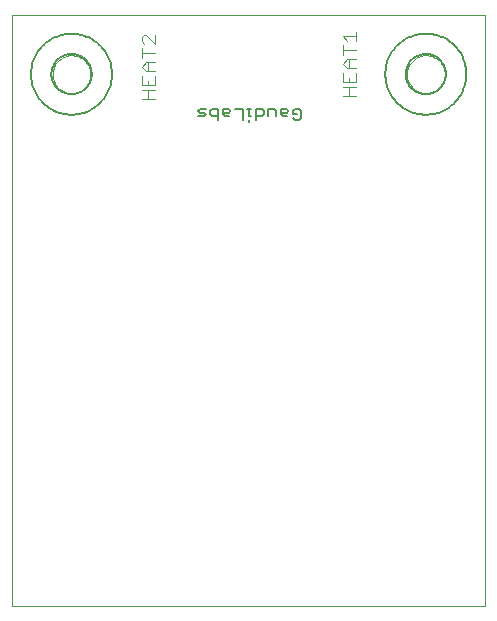
<source format=gto>
G75*
%MOIN*%
%OFA0B0*%
%FSLAX24Y24*%
%IPPOS*%
%LPD*%
%AMOC8*
5,1,8,0,0,1.08239X$1,22.5*
%
%ADD10C,0.0039*%
%ADD11C,0.0070*%
%ADD12C,0.0040*%
%ADD13C,0.0060*%
%ADD14C,0.0080*%
%ADD15C,0.0000*%
D10*
X001158Y000120D02*
X016906Y000120D01*
X016906Y019805D01*
X001158Y019805D01*
X001158Y000120D01*
D11*
X008010Y016302D02*
X008010Y016683D01*
X007820Y016683D01*
X007756Y016619D01*
X007756Y016492D01*
X007820Y016429D01*
X008010Y016429D01*
X008171Y016492D02*
X008171Y016683D01*
X008361Y016683D01*
X008424Y016619D01*
X008361Y016556D01*
X008171Y016556D01*
X008171Y016492D02*
X008234Y016429D01*
X008361Y016429D01*
X008585Y016683D02*
X008839Y016683D01*
X008839Y016302D01*
X009051Y016302D02*
X009051Y016239D01*
X009051Y016429D02*
X009051Y016683D01*
X008988Y016683D02*
X009115Y016683D01*
X009276Y016683D02*
X009466Y016683D01*
X009529Y016619D01*
X009529Y016492D01*
X009466Y016429D01*
X009276Y016429D01*
X009276Y016302D02*
X009276Y016683D01*
X009115Y016429D02*
X009051Y016429D01*
X009690Y016429D02*
X009690Y016683D01*
X009880Y016683D01*
X009943Y016619D01*
X009943Y016429D01*
X010104Y016492D02*
X010104Y016683D01*
X010294Y016683D01*
X010358Y016619D01*
X010294Y016556D01*
X010104Y016556D01*
X010104Y016492D02*
X010168Y016429D01*
X010294Y016429D01*
X010519Y016366D02*
X010582Y016302D01*
X010709Y016302D01*
X010772Y016366D01*
X010772Y016619D01*
X010709Y016683D01*
X010582Y016683D01*
X010519Y016619D01*
X010519Y016492D01*
X010645Y016492D01*
X007595Y016492D02*
X007532Y016429D01*
X007342Y016429D01*
X007405Y016556D02*
X007532Y016556D01*
X007595Y016492D01*
X007595Y016683D02*
X007405Y016683D01*
X007342Y016619D01*
X007405Y016556D01*
D12*
X005923Y017005D02*
X005462Y017005D01*
X005693Y017005D02*
X005693Y017312D01*
X005693Y017466D02*
X005693Y017619D01*
X005923Y017466D02*
X005462Y017466D01*
X005462Y017773D01*
X005616Y017926D02*
X005462Y018080D01*
X005616Y018233D01*
X005923Y018233D01*
X005693Y018233D02*
X005693Y017926D01*
X005616Y017926D02*
X005923Y017926D01*
X005923Y017773D02*
X005923Y017466D01*
X005923Y017312D02*
X005462Y017312D01*
X005462Y018387D02*
X005462Y018694D01*
X005462Y018540D02*
X005923Y018540D01*
X005923Y018847D02*
X005616Y019154D01*
X005539Y019154D01*
X005462Y019077D01*
X005462Y018924D01*
X005539Y018847D01*
X005923Y018847D02*
X005923Y019154D01*
X012162Y019100D02*
X012623Y019100D01*
X012623Y018947D02*
X012623Y019254D01*
X012316Y018947D02*
X012162Y019100D01*
X012162Y018794D02*
X012162Y018487D01*
X012162Y018640D02*
X012623Y018640D01*
X012623Y018333D02*
X012316Y018333D01*
X012162Y018180D01*
X012316Y018026D01*
X012623Y018026D01*
X012623Y017873D02*
X012623Y017566D01*
X012162Y017566D01*
X012162Y017873D01*
X012392Y018026D02*
X012392Y018333D01*
X012392Y017719D02*
X012392Y017566D01*
X012392Y017412D02*
X012392Y017105D01*
X012162Y017105D02*
X012623Y017105D01*
X012623Y017412D02*
X012162Y017412D01*
D13*
X013588Y017836D02*
X013590Y017909D01*
X013596Y017982D01*
X013606Y018054D01*
X013620Y018126D01*
X013637Y018197D01*
X013659Y018267D01*
X013684Y018336D01*
X013713Y018403D01*
X013745Y018468D01*
X013781Y018532D01*
X013821Y018594D01*
X013863Y018653D01*
X013909Y018710D01*
X013958Y018764D01*
X014010Y018816D01*
X014064Y018865D01*
X014121Y018911D01*
X014180Y018953D01*
X014242Y018993D01*
X014306Y019029D01*
X014371Y019061D01*
X014438Y019090D01*
X014507Y019115D01*
X014577Y019137D01*
X014648Y019154D01*
X014720Y019168D01*
X014792Y019178D01*
X014865Y019184D01*
X014938Y019186D01*
X015011Y019184D01*
X015084Y019178D01*
X015156Y019168D01*
X015228Y019154D01*
X015299Y019137D01*
X015369Y019115D01*
X015438Y019090D01*
X015505Y019061D01*
X015570Y019029D01*
X015634Y018993D01*
X015696Y018953D01*
X015755Y018911D01*
X015812Y018865D01*
X015866Y018816D01*
X015918Y018764D01*
X015967Y018710D01*
X016013Y018653D01*
X016055Y018594D01*
X016095Y018532D01*
X016131Y018468D01*
X016163Y018403D01*
X016192Y018336D01*
X016217Y018267D01*
X016239Y018197D01*
X016256Y018126D01*
X016270Y018054D01*
X016280Y017982D01*
X016286Y017909D01*
X016288Y017836D01*
X016286Y017763D01*
X016280Y017690D01*
X016270Y017618D01*
X016256Y017546D01*
X016239Y017475D01*
X016217Y017405D01*
X016192Y017336D01*
X016163Y017269D01*
X016131Y017204D01*
X016095Y017140D01*
X016055Y017078D01*
X016013Y017019D01*
X015967Y016962D01*
X015918Y016908D01*
X015866Y016856D01*
X015812Y016807D01*
X015755Y016761D01*
X015696Y016719D01*
X015634Y016679D01*
X015570Y016643D01*
X015505Y016611D01*
X015438Y016582D01*
X015369Y016557D01*
X015299Y016535D01*
X015228Y016518D01*
X015156Y016504D01*
X015084Y016494D01*
X015011Y016488D01*
X014938Y016486D01*
X014865Y016488D01*
X014792Y016494D01*
X014720Y016504D01*
X014648Y016518D01*
X014577Y016535D01*
X014507Y016557D01*
X014438Y016582D01*
X014371Y016611D01*
X014306Y016643D01*
X014242Y016679D01*
X014180Y016719D01*
X014121Y016761D01*
X014064Y016807D01*
X014010Y016856D01*
X013958Y016908D01*
X013909Y016962D01*
X013863Y017019D01*
X013821Y017078D01*
X013781Y017140D01*
X013745Y017204D01*
X013713Y017269D01*
X013684Y017336D01*
X013659Y017405D01*
X013637Y017475D01*
X013620Y017546D01*
X013606Y017618D01*
X013596Y017690D01*
X013590Y017763D01*
X013588Y017836D01*
X001777Y017836D02*
X001779Y017909D01*
X001785Y017982D01*
X001795Y018054D01*
X001809Y018126D01*
X001826Y018197D01*
X001848Y018267D01*
X001873Y018336D01*
X001902Y018403D01*
X001934Y018468D01*
X001970Y018532D01*
X002010Y018594D01*
X002052Y018653D01*
X002098Y018710D01*
X002147Y018764D01*
X002199Y018816D01*
X002253Y018865D01*
X002310Y018911D01*
X002369Y018953D01*
X002431Y018993D01*
X002495Y019029D01*
X002560Y019061D01*
X002627Y019090D01*
X002696Y019115D01*
X002766Y019137D01*
X002837Y019154D01*
X002909Y019168D01*
X002981Y019178D01*
X003054Y019184D01*
X003127Y019186D01*
X003200Y019184D01*
X003273Y019178D01*
X003345Y019168D01*
X003417Y019154D01*
X003488Y019137D01*
X003558Y019115D01*
X003627Y019090D01*
X003694Y019061D01*
X003759Y019029D01*
X003823Y018993D01*
X003885Y018953D01*
X003944Y018911D01*
X004001Y018865D01*
X004055Y018816D01*
X004107Y018764D01*
X004156Y018710D01*
X004202Y018653D01*
X004244Y018594D01*
X004284Y018532D01*
X004320Y018468D01*
X004352Y018403D01*
X004381Y018336D01*
X004406Y018267D01*
X004428Y018197D01*
X004445Y018126D01*
X004459Y018054D01*
X004469Y017982D01*
X004475Y017909D01*
X004477Y017836D01*
X004475Y017763D01*
X004469Y017690D01*
X004459Y017618D01*
X004445Y017546D01*
X004428Y017475D01*
X004406Y017405D01*
X004381Y017336D01*
X004352Y017269D01*
X004320Y017204D01*
X004284Y017140D01*
X004244Y017078D01*
X004202Y017019D01*
X004156Y016962D01*
X004107Y016908D01*
X004055Y016856D01*
X004001Y016807D01*
X003944Y016761D01*
X003885Y016719D01*
X003823Y016679D01*
X003759Y016643D01*
X003694Y016611D01*
X003627Y016582D01*
X003558Y016557D01*
X003488Y016535D01*
X003417Y016518D01*
X003345Y016504D01*
X003273Y016494D01*
X003200Y016488D01*
X003127Y016486D01*
X003054Y016488D01*
X002981Y016494D01*
X002909Y016504D01*
X002837Y016518D01*
X002766Y016535D01*
X002696Y016557D01*
X002627Y016582D01*
X002560Y016611D01*
X002495Y016643D01*
X002431Y016679D01*
X002369Y016719D01*
X002310Y016761D01*
X002253Y016807D01*
X002199Y016856D01*
X002147Y016908D01*
X002098Y016962D01*
X002052Y017019D01*
X002010Y017078D01*
X001970Y017140D01*
X001934Y017204D01*
X001902Y017269D01*
X001873Y017336D01*
X001848Y017405D01*
X001826Y017475D01*
X001809Y017546D01*
X001795Y017618D01*
X001785Y017690D01*
X001779Y017763D01*
X001777Y017836D01*
D14*
X002458Y017836D02*
X002460Y017887D01*
X002466Y017938D01*
X002476Y017988D01*
X002489Y018038D01*
X002507Y018086D01*
X002527Y018133D01*
X002552Y018178D01*
X002580Y018221D01*
X002611Y018262D01*
X002645Y018300D01*
X002682Y018335D01*
X002721Y018368D01*
X002763Y018398D01*
X002807Y018424D01*
X002853Y018446D01*
X002901Y018466D01*
X002950Y018481D01*
X003000Y018493D01*
X003050Y018501D01*
X003101Y018505D01*
X003153Y018505D01*
X003204Y018501D01*
X003254Y018493D01*
X003304Y018481D01*
X003353Y018466D01*
X003401Y018446D01*
X003447Y018424D01*
X003491Y018398D01*
X003533Y018368D01*
X003572Y018335D01*
X003609Y018300D01*
X003643Y018262D01*
X003674Y018221D01*
X003702Y018178D01*
X003727Y018133D01*
X003747Y018086D01*
X003765Y018038D01*
X003778Y017988D01*
X003788Y017938D01*
X003794Y017887D01*
X003796Y017836D01*
X003794Y017785D01*
X003788Y017734D01*
X003778Y017684D01*
X003765Y017634D01*
X003747Y017586D01*
X003727Y017539D01*
X003702Y017494D01*
X003674Y017451D01*
X003643Y017410D01*
X003609Y017372D01*
X003572Y017337D01*
X003533Y017304D01*
X003491Y017274D01*
X003447Y017248D01*
X003401Y017226D01*
X003353Y017206D01*
X003304Y017191D01*
X003254Y017179D01*
X003204Y017171D01*
X003153Y017167D01*
X003101Y017167D01*
X003050Y017171D01*
X003000Y017179D01*
X002950Y017191D01*
X002901Y017206D01*
X002853Y017226D01*
X002807Y017248D01*
X002763Y017274D01*
X002721Y017304D01*
X002682Y017337D01*
X002645Y017372D01*
X002611Y017410D01*
X002580Y017451D01*
X002552Y017494D01*
X002527Y017539D01*
X002507Y017586D01*
X002489Y017634D01*
X002476Y017684D01*
X002466Y017734D01*
X002460Y017785D01*
X002458Y017836D01*
X014269Y017836D02*
X014271Y017887D01*
X014277Y017938D01*
X014287Y017988D01*
X014300Y018038D01*
X014318Y018086D01*
X014338Y018133D01*
X014363Y018178D01*
X014391Y018221D01*
X014422Y018262D01*
X014456Y018300D01*
X014493Y018335D01*
X014532Y018368D01*
X014574Y018398D01*
X014618Y018424D01*
X014664Y018446D01*
X014712Y018466D01*
X014761Y018481D01*
X014811Y018493D01*
X014861Y018501D01*
X014912Y018505D01*
X014964Y018505D01*
X015015Y018501D01*
X015065Y018493D01*
X015115Y018481D01*
X015164Y018466D01*
X015212Y018446D01*
X015258Y018424D01*
X015302Y018398D01*
X015344Y018368D01*
X015383Y018335D01*
X015420Y018300D01*
X015454Y018262D01*
X015485Y018221D01*
X015513Y018178D01*
X015538Y018133D01*
X015558Y018086D01*
X015576Y018038D01*
X015589Y017988D01*
X015599Y017938D01*
X015605Y017887D01*
X015607Y017836D01*
X015605Y017785D01*
X015599Y017734D01*
X015589Y017684D01*
X015576Y017634D01*
X015558Y017586D01*
X015538Y017539D01*
X015513Y017494D01*
X015485Y017451D01*
X015454Y017410D01*
X015420Y017372D01*
X015383Y017337D01*
X015344Y017304D01*
X015302Y017274D01*
X015258Y017248D01*
X015212Y017226D01*
X015164Y017206D01*
X015115Y017191D01*
X015065Y017179D01*
X015015Y017171D01*
X014964Y017167D01*
X014912Y017167D01*
X014861Y017171D01*
X014811Y017179D01*
X014761Y017191D01*
X014712Y017206D01*
X014664Y017226D01*
X014618Y017248D01*
X014574Y017274D01*
X014532Y017304D01*
X014493Y017337D01*
X014456Y017372D01*
X014422Y017410D01*
X014391Y017451D01*
X014363Y017494D01*
X014338Y017539D01*
X014318Y017586D01*
X014300Y017634D01*
X014287Y017684D01*
X014277Y017734D01*
X014271Y017785D01*
X014269Y017836D01*
D15*
X014308Y017836D02*
X014310Y017886D01*
X014316Y017936D01*
X014326Y017985D01*
X014340Y018033D01*
X014357Y018080D01*
X014378Y018125D01*
X014403Y018169D01*
X014431Y018210D01*
X014463Y018249D01*
X014497Y018286D01*
X014534Y018320D01*
X014574Y018350D01*
X014616Y018377D01*
X014660Y018401D01*
X014706Y018422D01*
X014753Y018438D01*
X014801Y018451D01*
X014851Y018460D01*
X014900Y018465D01*
X014951Y018466D01*
X015001Y018463D01*
X015050Y018456D01*
X015099Y018445D01*
X015147Y018430D01*
X015193Y018412D01*
X015238Y018390D01*
X015281Y018364D01*
X015322Y018335D01*
X015361Y018303D01*
X015397Y018268D01*
X015429Y018230D01*
X015459Y018190D01*
X015486Y018147D01*
X015509Y018103D01*
X015528Y018057D01*
X015544Y018009D01*
X015556Y017960D01*
X015564Y017911D01*
X015568Y017861D01*
X015568Y017811D01*
X015564Y017761D01*
X015556Y017712D01*
X015544Y017663D01*
X015528Y017615D01*
X015509Y017569D01*
X015486Y017525D01*
X015459Y017482D01*
X015429Y017442D01*
X015397Y017404D01*
X015361Y017369D01*
X015322Y017337D01*
X015281Y017308D01*
X015238Y017282D01*
X015193Y017260D01*
X015147Y017242D01*
X015099Y017227D01*
X015050Y017216D01*
X015001Y017209D01*
X014951Y017206D01*
X014900Y017207D01*
X014851Y017212D01*
X014801Y017221D01*
X014753Y017234D01*
X014706Y017250D01*
X014660Y017271D01*
X014616Y017295D01*
X014574Y017322D01*
X014534Y017352D01*
X014497Y017386D01*
X014463Y017423D01*
X014431Y017462D01*
X014403Y017503D01*
X014378Y017547D01*
X014357Y017592D01*
X014340Y017639D01*
X014326Y017687D01*
X014316Y017736D01*
X014310Y017786D01*
X014308Y017836D01*
X002497Y017836D02*
X002499Y017886D01*
X002505Y017936D01*
X002515Y017985D01*
X002529Y018033D01*
X002546Y018080D01*
X002567Y018125D01*
X002592Y018169D01*
X002620Y018210D01*
X002652Y018249D01*
X002686Y018286D01*
X002723Y018320D01*
X002763Y018350D01*
X002805Y018377D01*
X002849Y018401D01*
X002895Y018422D01*
X002942Y018438D01*
X002990Y018451D01*
X003040Y018460D01*
X003089Y018465D01*
X003140Y018466D01*
X003190Y018463D01*
X003239Y018456D01*
X003288Y018445D01*
X003336Y018430D01*
X003382Y018412D01*
X003427Y018390D01*
X003470Y018364D01*
X003511Y018335D01*
X003550Y018303D01*
X003586Y018268D01*
X003618Y018230D01*
X003648Y018190D01*
X003675Y018147D01*
X003698Y018103D01*
X003717Y018057D01*
X003733Y018009D01*
X003745Y017960D01*
X003753Y017911D01*
X003757Y017861D01*
X003757Y017811D01*
X003753Y017761D01*
X003745Y017712D01*
X003733Y017663D01*
X003717Y017615D01*
X003698Y017569D01*
X003675Y017525D01*
X003648Y017482D01*
X003618Y017442D01*
X003586Y017404D01*
X003550Y017369D01*
X003511Y017337D01*
X003470Y017308D01*
X003427Y017282D01*
X003382Y017260D01*
X003336Y017242D01*
X003288Y017227D01*
X003239Y017216D01*
X003190Y017209D01*
X003140Y017206D01*
X003089Y017207D01*
X003040Y017212D01*
X002990Y017221D01*
X002942Y017234D01*
X002895Y017250D01*
X002849Y017271D01*
X002805Y017295D01*
X002763Y017322D01*
X002723Y017352D01*
X002686Y017386D01*
X002652Y017423D01*
X002620Y017462D01*
X002592Y017503D01*
X002567Y017547D01*
X002546Y017592D01*
X002529Y017639D01*
X002515Y017687D01*
X002505Y017736D01*
X002499Y017786D01*
X002497Y017836D01*
M02*

</source>
